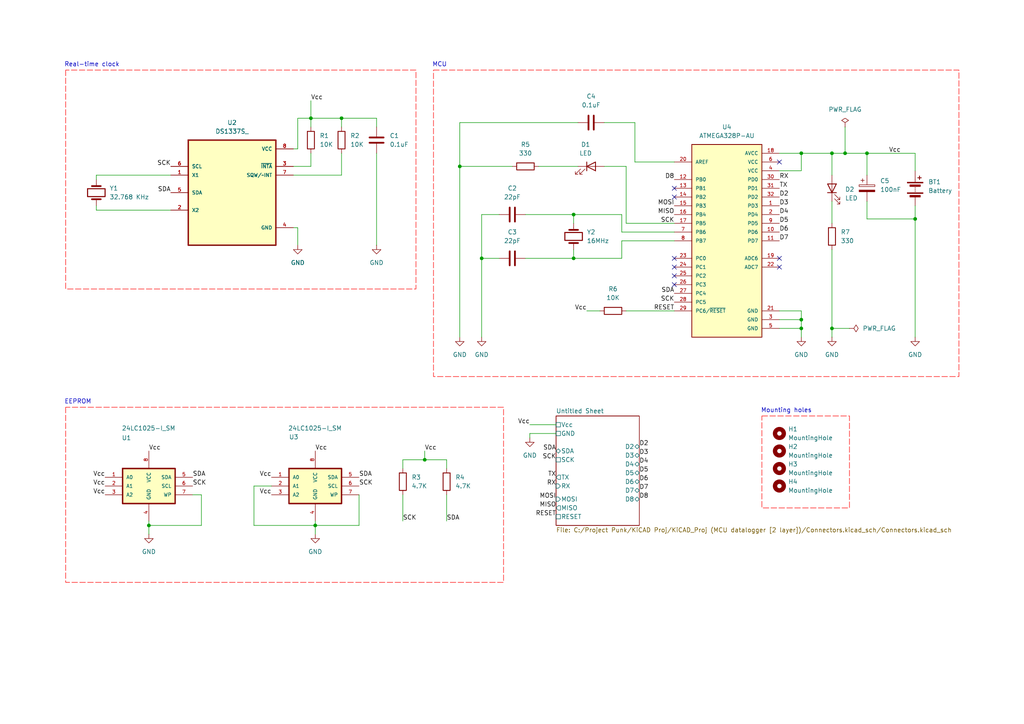
<source format=kicad_sch>
(kicad_sch (version 20250114) (generator "eeschema") (generator_version "9.0")
  (paper "A4")
  (title_block (date "916/2025") (company "MCU Datalogger") (comment 1 "LAUDE, RUSELLE RAE D.") (comment 2 "BSECE - 1C") (comment 3 "ELECTRONICS ENGINEERING DEPARTMENT") (comment 4 "COLLEGE OF ENGINEERING") (comment 5 "TECHNOLOGICAL UNIVERSITY OF THE PHILIPPINES"))
  (lib_symbols
    (symbol "24LC1025-I_SM:24LC1025-I_SM" (pin_names (offset 1.016))
      (property "Reference" "U1" (at 0 19.558 0))
      (property "Value" "24LC1025-I_SM" (at 0 21.844 0))
      (symbol "24LC1025-I_SM_0_0"
        (rectangle (start -7.62 10.16) (end 7.62 0) (stroke (width 0.41)) (fill (type background)))
        (pin input line (at -12.7 7.62 0) (length 5.08) (name "A0") (number "1"))
        (pin input line (at -12.7 5.08 0) (length 5.08) (name "A1") (number "2"))
        (pin input line (at -12.7 2.54 0) (length 5.08) (name "A2") (number "3"))
        (pin bidirectional line (at 12.7 7.62 180) (length 5.08) (name "SDA") (number "5"))
        (pin input line (at 12.7 5.08 180) (length 5.08) (name "SCL") (number "6"))
        (pin input line (at 12.7 2.54 180) (length 5.08) (name "WP") (number "7"))
      )
      (symbol "24LC1025-I_SM_1_0"
        (pin power_in line (at 0 15.24 270) (length 5.08) (name "VCC") (number "8"))
        (pin power_in line (at 0 -5.08 90) (length 5.08) (name "GND") (number "4"))
      )
    )
    (symbol "ATMEGA328P-AU:ATMEGA328P-AU" (pin_names (offset 1.016))
      (property "Reference" "U1" (at 0 33.02 0))
      (property "Value" "ATMEGA328P-AU" (at 0 30.48 0))
      (symbol "ATMEGA328P-AU_0_0"
        (rectangle (start -10.16 -27.94) (end 10.16 27.94) (stroke (width 0.254)) (fill (type background)))
        (pin input line (at -15.24 22.86 0) (length 5.08) (name "AREF") (number "20"))
        (pin bidirectional line (at -15.24 17.78 0) (length 5.08) (name "PB0") (number "12"))
        (pin bidirectional line (at -15.24 15.24 0) (length 5.08) (name "PB1") (number "13"))
        (pin bidirectional line (at -15.24 12.7 0) (length 5.08) (name "PB2") (number "14"))
        (pin bidirectional line (at -15.24 10.16 0) (length 5.08) (name "PB3") (number "15"))
        (pin bidirectional line (at -15.24 7.62 0) (length 5.08) (name "PB4") (number "16"))
        (pin bidirectional line (at -15.24 5.08 0) (length 5.08) (name "PB5") (number "17"))
        (pin bidirectional line (at -15.24 2.54 0) (length 5.08) (name "PB6") (number "7"))
        (pin bidirectional line (at -15.24 0 0) (length 5.08) (name "PB7") (number "8"))
        (pin bidirectional line (at -15.24 -5.08 0) (length 5.08) (name "PC0") (number "23"))
        (pin bidirectional line (at -15.24 -7.62 0) (length 5.08) (name "PC1") (number "24"))
        (pin bidirectional line (at -15.24 -10.16 0) (length 5.08) (name "PC2") (number "25"))
        (pin bidirectional line (at -15.24 -12.7 0) (length 5.08) (name "PC3") (number "26"))
        (pin bidirectional line (at -15.24 -15.24 0) (length 5.08) (name "PC4") (number "27"))
        (pin bidirectional line (at -15.24 -17.78 0) (length 5.08) (name "PC5") (number "28"))
        (pin bidirectional line (at -15.24 -20.32 0) (length 5.08) (name "PC6/~{RESET}") (number "29"))
        (pin power_in line (at 15.24 25.4 180) (length 5.08) (name "AVCC") (number "18"))
        (pin power_in line (at 15.24 22.86 180) (length 5.08) (name "VCC") (number "6"))
        (pin power_in line (at 15.24 20.32 180) (length 5.08) (name "VCC") (number "4"))
        (pin bidirectional line (at 15.24 17.78 180) (length 5.08) (name "PD0") (number "30"))
        (pin bidirectional line (at 15.24 15.24 180) (length 5.08) (name "PD1") (number "31"))
        (pin bidirectional line (at 15.24 12.7 180) (length 5.08) (name "PD2") (number "32"))
        (pin bidirectional line (at 15.24 10.16 180) (length 5.08) (name "PD3") (number "1"))
        (pin bidirectional line (at 15.24 7.62 180) (length 5.08) (name "PD4") (number "2"))
        (pin bidirectional line (at 15.24 5.08 180) (length 5.08) (name "PD5") (number "9"))
        (pin bidirectional line (at 15.24 2.54 180) (length 5.08) (name "PD6") (number "10"))
        (pin bidirectional line (at 15.24 0 180) (length 5.08) (name "PD7") (number "11"))
        (pin bidirectional line (at 15.24 -5.08 180) (length 5.08) (name "ADC6") (number "19"))
        (pin bidirectional line (at 15.24 -7.62 180) (length 5.08) (name "ADC7") (number "22"))
        (pin power_in line (at 15.24 -20.32 180) (length 5.08) (name "GND") (number "21"))
        (pin power_in line (at 15.24 -22.86 180) (length 5.08) (name "GND") (number "3"))
        (pin power_in line (at 15.24 -25.4 180) (length 5.08) (name "GND") (number "5"))
      )
    )
    (symbol "DS1337S_:DS1337S_" (pin_names (offset 1.016))
      (property "Reference" "U" (at -12.7 16.24 0))
      (property "Value" "DS1337S_" (at -12.7 -19.24 0))
      (symbol "DS1337S__0_0"
        (rectangle (start -12.7 -15.24) (end 12.7 15.24) (stroke (width 0.41)) (fill (type background)))
        (pin input line (at -17.78 7.62 0) (length 5.08) (name "SCL") (number "6"))
        (pin input line (at -17.78 5.08 0) (length 5.08) (name "X1") (number "1"))
        (pin bidirectional line (at -17.78 0 0) (length 5.08) (name "SDA") (number "5"))
        (pin bidirectional line (at -17.78 -5.08 0) (length 5.08) (name "X2") (number "2"))
        (pin power_in line (at 17.78 12.7 180) (length 5.08) (name "VCC") (number "8"))
        (pin output line (at 17.78 7.62 180) (length 5.08) (name "~{INTA}") (number "3"))
        (pin output line (at 17.78 5.08 180) (length 5.08) (name "SQW/~INT") (number "7"))
        (pin power_in line (at 17.78 -10.16 180) (length 5.08) (name "GND") (number "4"))
      )
    )
    (symbol "Device:Battery" (pin_numbers (hide yes)) (pin_names (offset 0) (hide yes))
      (property "Reference" "BT" (at 2.54 2.54 0))
      (property "Value" "Battery" (at 2.54 0 0))
      (symbol "Battery_0_1"
        (rectangle (start -2.286 1.778) (end 2.286 1.524) (fill (type outline)))
        (rectangle (start -2.286 -1.27) (end 2.286 -1.524) (fill (type outline)))
        (rectangle (start -1.524 1.016) (end 1.524 0.508) (fill (type outline)))
        (rectangle (start -1.524 -2.032) (end 1.524 -2.54) (fill (type outline)))
        (polyline (pts (xy 0 1.778) (xy 0 2.54)))
        (polyline (pts (xy 0 0) (xy 0 0.254)))
        (polyline (pts (xy 0 -0.508) (xy 0 -0.254)))
        (polyline (pts (xy 0 -1.016) (xy 0 -0.762)))
        (polyline (pts (xy 0.762 3.048) (xy 1.778 3.048)) (stroke (width 0.254)))
        (polyline (pts (xy 1.27 3.556) (xy 1.27 2.54)) (stroke (width 0.254)))
      )
      (symbol "Battery_1_1"
        (pin passive line (at 0 5.08 270) (length 2.54) (name "+") (number "1"))
        (pin passive line (at 0 -5.08 90) (length 2.54) (name "-") (number "2"))
      )
    )
    (symbol "Device:C" (pin_numbers (hide yes)) (pin_names (offset 0.254))
      (property "Reference" "C" (at 0.635 2.54 0))
      (property "Value" "C" (at 0.635 -2.54 0))
      (symbol "C_0_1"
        (polyline (pts (xy -2.032 0.762) (xy 2.032 0.762)) (stroke (width 0.508)))
        (polyline (pts (xy -2.032 -0.762) (xy 2.032 -0.762)) (stroke (width 0.508)))
      )
      (symbol "C_1_1"
        (pin passive line (at 0 3.81 270) (length 2.794) (name "~") (number "1"))
        (pin passive line (at 0 -3.81 90) (length 2.794) (name "~") (number "2"))
      )
    )
    (symbol "Device:C_Polarized" (pin_numbers (hide yes)) (pin_names (offset 0.254))
      (property "Reference" "C" (at 0.635 2.54 0))
      (property "Value" "C_Polarized" (at 0.635 -2.54 0))
      (symbol "C_Polarized_0_1"
        (rectangle (start -2.286 0.508) (end 2.286 1.016))
        (polyline (pts (xy -1.778 2.286) (xy -0.762 2.286)))
        (polyline (pts (xy -1.27 2.794) (xy -1.27 1.778)))
        (rectangle (start 2.286 -0.508) (end -2.286 -1.016) (fill (type outline)))
      )
      (symbol "C_Polarized_1_1"
        (pin passive line (at 0 3.81 270) (length 2.794) (name "~") (number "1"))
        (pin passive line (at 0 -3.81 90) (length 2.794) (name "~") (number "2"))
      )
    )
    (symbol "Device:Crystal" (pin_numbers (hide yes)) (pin_names (offset 1.016) (hide yes))
      (property "Reference" "Y" (at 0 3.81 0))
      (property "Value" "Crystal" (at 0 -3.81 0))
      (symbol "Crystal_0_1"
        (polyline (pts (xy -2.54 0) (xy -1.905 0)))
        (polyline (pts (xy -1.905 -1.27) (xy -1.905 1.27)) (stroke (width 0.508)))
        (rectangle (start -1.143 2.54) (end 1.143 -2.54) (stroke (width 0.3048)))
        (polyline (pts (xy 1.905 -1.27) (xy 1.905 1.27)) (stroke (width 0.508)))
        (polyline (pts (xy 2.54 0) (xy 1.905 0)))
      )
      (symbol "Crystal_1_1"
        (pin passive line (at -3.81 0 0) (length 1.27) (name "1") (number "1"))
        (pin passive line (at 3.81 0 180) (length 1.27) (name "2") (number "2"))
      )
    )
    (symbol "Device:LED" (pin_numbers (hide yes)) (pin_names (offset 1.016) (hide yes))
      (property "Reference" "D" (at 0 2.54 0))
      (property "Value" "LED" (at 0 -2.54 0))
      (symbol "LED_0_1"
        (polyline (pts (xy -3.048 -0.762) (xy -4.572 -2.286) (xy -3.81 -2.286) (xy -4.572 -2.286) (xy -4.572 -1.524)))
        (polyline (pts (xy -1.778 -0.762) (xy -3.302 -2.286) (xy -2.54 -2.286) (xy -3.302 -2.286) (xy -3.302 -1.524)))
        (polyline (pts (xy -1.27 0) (xy 1.27 0)))
        (polyline (pts (xy -1.27 -1.27) (xy -1.27 1.27)) (stroke (width 0.254)))
        (polyline (pts (xy 1.27 -1.27) (xy 1.27 1.27) (xy -1.27 0) (xy 1.27 -1.27)) (stroke (width 0.254)))
      )
      (symbol "LED_1_1"
        (pin passive line (at -3.81 0 0) (length 2.54) (name "K") (number "1"))
        (pin passive line (at 3.81 0 180) (length 2.54) (name "A") (number "2"))
      )
    )
    (symbol "Device:R" (pin_numbers (hide yes)) (pin_names (offset 0))
      (property "Reference" "R" (at 2.032 0 90))
      (property "Value" "R" (at 0 0 90))
      (symbol "R_0_1"
        (rectangle (start -1.016 -2.54) (end 1.016 2.54) (stroke (width 0.254)))
      )
      (symbol "R_1_1"
        (pin passive line (at 0 3.81 270) (length 1.27) (name "~") (number "1"))
        (pin passive line (at 0 -3.81 90) (length 1.27) (name "~") (number "2"))
      )
    )
    (symbol "Mechanical:MountingHole" (pin_names (offset 1.016)) (in_bom no)
      (property "Reference" "H" (at 0 5.08 0))
      (property "Value" "MountingHole" (at 0 3.175 0))
      (symbol "MountingHole_0_1"
        (circle (center 0 0) (radius 1.27) (stroke (width 1.27)))
      )
    )
    (symbol "power:GND" (power) (pin_numbers (hide yes)) (pin_names (offset 0) (hide yes))
      (property "Value" "GND" (at 0 -3.81 0))
      (symbol "GND_0_1"
        (polyline (pts (xy 0 0) (xy 0 -1.27) (xy 1.27 -1.27) (xy 0 -2.54) (xy -1.27 -1.27) (xy 0 -1.27)))
      )
      (symbol "GND_1_1"
        (pin power_in line (at 0 0 270) (length 0) (name "~") (number "1"))
      )
    )
    (symbol "power:PWR_FLAG" (power) (pin_numbers (hide yes)) (pin_names (offset 0) (hide yes))
      (property "Value" "PWR_FLAG" (at 0 3.81 0))
      (symbol "PWR_FLAG_0_0"
        (pin power_out line (at 0 0 90) (length 0) (name "~") (number "1"))
      )
      (symbol "PWR_FLAG_0_1"
        (polyline (pts (xy 0 0) (xy 0 1.27) (xy -1.016 1.905) (xy 0 2.54) (xy 1.016 1.905) (xy 0 1.27)))
      )
    )
  )
  (text "EEPROM" (at 22.606 116.586 0) (effects (font (size 1.27 1.27))))
  (text "MCU" (at 127.508 18.796 0) (effects (font (size 1.27 1.27))))
  (text "Real-time clock" (at 26.67 18.796 0) (effects (font (size 1.27 1.27))))
  (text "Mounting holes" (at 228.092 119.126 0) (effects (font (size 1.27 1.27))))
  (junction (at 232.41 92.71))
  (junction (at 241.3 95.25))
  (junction (at 251.46 44.45))
  (junction (at 139.7 74.93))
  (junction (at 90.17 34.29))
  (junction (at 241.3 44.45))
  (junction (at 166.37 74.93))
  (junction (at 232.41 44.45))
  (junction (at 91.44 152.4))
  (junction (at 265.43 63.5))
  (junction (at 123.19 133.35))
  (junction (at 166.37 62.23))
  (junction (at 99.06 34.29))
  (junction (at 133.35 48.26))
  (junction (at 43.18 152.4))
  (junction (at 245.11 44.45))
  (junction (at 232.41 95.25))
  (no_connect (at 195.58 82.55))
  (no_connect (at 226.06 46.99))
  (no_connect (at 195.58 74.93))
  (no_connect (at 195.58 54.61))
  (no_connect (at 226.06 74.93))
  (no_connect (at 195.58 57.15))
  (no_connect (at 195.58 77.47))
  (no_connect (at 226.06 77.47))
  (no_connect (at 195.58 80.01))
  (wire (pts (xy 133.35 35.56) (xy 133.35 48.26)))
  (wire (pts (xy 90.17 29.21) (xy 90.17 34.29)))
  (wire (pts (xy 78.74 140.97) (xy 73.66 140.97)))
  (wire (pts (xy 245.11 36.83) (xy 245.11 44.45)))
  (wire (pts (xy 139.7 62.23) (xy 139.7 74.93)))
  (wire (pts (xy 166.37 72.39) (xy 166.37 74.93)))
  (wire (pts (xy 27.94 50.8) (xy 27.94 52.07)))
  (wire (pts (xy 181.61 64.77) (xy 181.61 48.26)))
  (wire (pts (xy 144.78 74.93) (xy 139.7 74.93)))
  (wire (pts (xy 123.19 133.35) (xy 129.54 133.35)))
  (wire (pts (xy 241.3 72.39) (xy 241.3 95.25)))
  (wire (pts (xy 245.11 44.45) (xy 251.46 44.45)))
  (wire (pts (xy 116.84 133.35) (xy 116.84 135.89)))
  (wire (pts (xy 184.15 46.99) (xy 184.15 35.56)))
  (wire (pts (xy 116.84 133.35) (xy 123.19 133.35)))
  (wire (pts (xy 226.06 49.53) (xy 232.41 49.53)))
  (wire (pts (xy 226.06 44.45) (xy 232.41 44.45)))
  (wire (pts (xy 241.3 44.45) (xy 241.3 50.8)))
  (wire (pts (xy 86.36 34.29) (xy 90.17 34.29)))
  (wire (pts (xy 99.06 34.29) (xy 109.22 34.29)))
  (wire (pts (xy 251.46 44.45) (xy 265.43 44.45)))
  (wire (pts (xy 195.58 46.99) (xy 184.15 46.99)))
  (wire (pts (xy 91.44 152.4) (xy 91.44 154.94)))
  (wire (pts (xy 226.06 90.17) (xy 232.41 90.17)))
  (wire (pts (xy 86.36 66.04) (xy 85.09 66.04)))
  (wire (pts (xy 43.18 152.4) (xy 43.18 154.94)))
  (wire (pts (xy 91.44 152.4) (xy 104.14 152.4)))
  (wire (pts (xy 265.43 63.5) (xy 265.43 97.79)))
  (wire (pts (xy 181.61 90.17) (xy 195.58 90.17)))
  (wire (pts (xy 166.37 62.23) (xy 152.4 62.23)))
  (wire (pts (xy 90.17 34.29) (xy 99.06 34.29)))
  (wire (pts (xy 73.66 152.4) (xy 91.44 152.4)))
  (wire (pts (xy 99.06 50.8) (xy 99.06 44.45)))
  (wire (pts (xy 166.37 62.23) (xy 166.37 64.77)))
  (wire (pts (xy 232.41 95.25) (xy 232.41 97.79)))
  (wire (pts (xy 226.06 92.71) (xy 232.41 92.71)))
  (wire (pts (xy 166.37 74.93) (xy 152.4 74.93)))
  (wire (pts (xy 195.58 64.77) (xy 181.61 64.77)))
  (wire (pts (xy 85.09 48.26) (xy 90.17 48.26)))
  (wire (pts (xy 265.43 59.69) (xy 265.43 63.5)))
  (wire (pts (xy 195.58 69.85) (xy 180.34 69.85)))
  (wire (pts (xy 27.94 60.96) (xy 49.53 60.96)))
  (wire (pts (xy 55.88 143.51) (xy 58.42 143.51)))
  (wire (pts (xy 86.36 66.04) (xy 86.36 71.12)))
  (wire (pts (xy 153.67 123.19) (xy 161.29 123.19)))
  (wire (pts (xy 153.67 125.73) (xy 153.67 127)))
  (wire (pts (xy 116.84 143.51) (xy 116.84 151.13)))
  (wire (pts (xy 99.06 34.29) (xy 99.06 36.83)))
  (wire (pts (xy 180.34 69.85) (xy 180.34 74.93)))
  (wire (pts (xy 181.61 48.26) (xy 175.26 48.26)))
  (wire (pts (xy 129.54 135.89) (xy 129.54 133.35)))
  (wire (pts (xy 232.41 90.17) (xy 232.41 92.71)))
  (wire (pts (xy 153.67 125.73) (xy 161.29 125.73)))
  (wire (pts (xy 156.21 48.26) (xy 167.64 48.26)))
  (wire (pts (xy 180.34 62.23) (xy 166.37 62.23)))
  (wire (pts (xy 73.66 140.97) (xy 73.66 152.4)))
  (wire (pts (xy 251.46 44.45) (xy 251.46 50.8)))
  (wire (pts (xy 167.64 35.56) (xy 133.35 35.56)))
  (wire (pts (xy 133.35 48.26) (xy 133.35 97.79)))
  (wire (pts (xy 90.17 34.29) (xy 90.17 36.83)))
  (wire (pts (xy 86.36 43.18) (xy 85.09 43.18)))
  (wire (pts (xy 139.7 74.93) (xy 139.7 97.79)))
  (wire (pts (xy 180.34 67.31) (xy 180.34 62.23)))
  (wire (pts (xy 232.41 44.45) (xy 232.41 49.53)))
  (wire (pts (xy 43.18 151.13) (xy 43.18 152.4)))
  (wire (pts (xy 85.09 50.8) (xy 99.06 50.8)))
  (wire (pts (xy 86.36 43.18) (xy 86.36 34.29)))
  (wire (pts (xy 58.42 143.51) (xy 58.42 152.4)))
  (wire (pts (xy 109.22 34.29) (xy 109.22 36.83)))
  (wire (pts (xy 241.3 58.42) (xy 241.3 64.77)))
  (wire (pts (xy 195.58 67.31) (xy 180.34 67.31)))
  (wire (pts (xy 232.41 92.71) (xy 232.41 95.25)))
  (wire (pts (xy 241.3 44.45) (xy 245.11 44.45)))
  (wire (pts (xy 241.3 95.25) (xy 246.38 95.25)))
  (wire (pts (xy 91.44 151.13) (xy 91.44 152.4)))
  (wire (pts (xy 226.06 95.25) (xy 232.41 95.25)))
  (wire (pts (xy 49.53 50.8) (xy 27.94 50.8)))
  (wire (pts (xy 123.19 130.81) (xy 123.19 133.35)))
  (wire (pts (xy 104.14 152.4) (xy 104.14 143.51)))
  (wire (pts (xy 144.78 62.23) (xy 139.7 62.23)))
  (wire (pts (xy 90.17 48.26) (xy 90.17 44.45)))
  (wire (pts (xy 232.41 44.45) (xy 241.3 44.45)))
  (wire (pts (xy 133.35 48.26) (xy 148.59 48.26)))
  (wire (pts (xy 109.22 44.45) (xy 109.22 71.12)))
  (wire (pts (xy 251.46 63.5) (xy 265.43 63.5)))
  (wire (pts (xy 241.3 95.25) (xy 241.3 97.79)))
  (wire (pts (xy 184.15 35.56) (xy 175.26 35.56)))
  (wire (pts (xy 251.46 58.42) (xy 251.46 63.5)))
  (wire (pts (xy 180.34 74.93) (xy 166.37 74.93)))
  (wire (pts (xy 43.18 152.4) (xy 58.42 152.4)))
  (wire (pts (xy 27.94 59.69) (xy 27.94 60.96)))
  (wire (pts (xy 129.54 143.51) (xy 129.54 151.13)))
  (wire (pts (xy 265.43 44.45) (xy 265.43 49.53)))
  (wire (pts (xy 170.18 90.17) (xy 173.99 90.17)))
  (label "RESET" (at 161.29 149.86 180))
  (label "SDA" (at 49.53 55.88 180))
  (label "Vcc" (at 78.74 138.43 180))
  (label "TX" (at 226.06 54.61 0))
  (label "RX" (at 161.29 140.97 180))
  (label "D4" (at 185.42 134.62 0))
  (label "RX" (at 226.06 52.07 0))
  (label "SCK" (at 161.29 133.35 180))
  (label "SCK" (at 104.14 140.97 0))
  (label "MOSI" (at 195.58 59.69 180))
  (label "Vcc" (at 123.19 130.81 0))
  (label "Vcc" (at 170.18 90.17 180))
  (label "MOSI" (at 161.29 144.78 180))
  (label "SDA" (at 129.54 151.13 0))
  (label "D2" (at 226.06 57.15 0))
  (label "Vcc" (at 30.48 140.97 180))
  (label "D2" (at 185.42 129.54 0))
  (label "SDA" (at 161.29 130.81 180))
  (label "MISO" (at 195.58 62.23 180))
  (label "D5" (at 185.42 137.16 0))
  (label "SCK" (at 49.53 48.26 180))
  (label "SCK" (at 55.88 140.97 0))
  (label "D6" (at 226.06 67.31 0))
  (label "D4" (at 226.06 62.23 0))
  (label "D6" (at 185.42 139.7 0))
  (label "SCK" (at 195.58 87.63 180))
  (label "D7" (at 185.42 142.24 0))
  (label "Vcc" (at 30.48 138.43 180))
  (label "Vcc" (at 257.81 44.45 0))
  (label "SCK" (at 116.84 151.13 0))
  (label "Vcc" (at 90.17 29.21 0))
  (label "D8" (at 185.42 144.78 0))
  (label "D8" (at 195.58 52.07 180))
  (label "MISO" (at 161.29 147.32 180))
  (label "Vcc" (at 30.48 143.51 180))
  (label "TX" (at 161.29 138.43 180))
  (label "SDA" (at 195.58 85.09 180))
  (label "Vcc" (at 91.44 130.81 0))
  (label "D5" (at 226.06 64.77 0))
  (label "D3" (at 226.06 59.69 0))
  (label "SDA" (at 104.14 138.43 0))
  (label "SCK" (at 195.58 64.77 180))
  (label "RESET" (at 195.58 90.17 180))
  (label "D7" (at 226.06 69.85 0))
  (label "Vcc" (at 78.74 143.51 180))
  (label "SDA" (at 55.88 138.43 0))
  (label "Vcc" (at 43.18 130.81 0))
  (label "D3" (at 185.42 132.08 0))
  (label "Vcc" (at 153.67 123.19 180))
  (rule_area (polyline (pts (xy 19.05 118.11) (xy 19.05 168.91) (xy 146.05 168.91) (xy 146.05 118.11)) (stroke (width 0) (type dash))))
  (rule_area (polyline (pts (xy 19.05 20.32) (xy 19.05 83.82) (xy 120.65 83.82) (xy 120.65 20.32)) (stroke (width 0) (type dash))))
  (rule_area (polyline (pts (xy 125.73 20.32) (xy 278.13 20.32) (xy 278.13 109.22) (xy 125.73 109.22)) (stroke (width 0) (type dash))))
  (rule_area (polyline (pts (xy 220.98 120.65) (xy 246.38 120.65) (xy 246.38 147.32) (xy 220.98 147.32)) (stroke (width 0) (type dash))))
  (symbol (lib_id "power:GND") (at 139.7 97.79 0) (unit 1)
    (property "Reference" "#PWR08" (effects (hide yes)))
    (property "Value" "GND" (at 139.7 102.87 0))
    (property "Description" "Power symbol creates a global label with name \"GND\" , ground" (effects (hide yes)))
  )
  (symbol (lib_id "Mechanical:MountingHole") (at 226.06 135.89 0) (unit 1) (in_bom no)
    (property "Reference" "H3" (at 228.6 134.6199 0) (effects (justify left)))
    (property "Value" "MountingHole" (at 228.6 137.1599 0) (effects (justify left)))
    (property "Footprint" "MountingHole:MountingHole_2.1mm" (effects (hide yes)))
    (property "Description" "Mounting Hole without connection" (effects (hide yes)))
  )
  (symbol (lib_id "Mechanical:MountingHole") (at 226.06 140.97 0) (unit 1) (in_bom no)
    (property "Reference" "H4" (at 228.6 139.6999 0) (effects (justify left)))
    (property "Value" "MountingHole" (at 228.6 142.2399 0) (effects (justify left)))
    (property "Footprint" "MountingHole:MountingHole_2.1mm" (effects (hide yes)))
    (property "Description" "Mounting Hole without connection" (effects (hide yes)))
  )
  (symbol (lib_id "Device:C") (at 148.59 74.93 90) (unit 1)
    (property "Reference" "C3" (at 148.59 67.31 90))
    (property "Value" "22pF" (at 148.59 69.85 90))
    (property "Footprint" "Capacitor_SMD:C_0805_2012Metric" (effects (hide yes)))
    (property "Description" "Unpolarized capacitor" (effects (hide yes)))
  )
  (symbol (lib_id "Device:C") (at 171.45 35.56 90) (unit 1)
    (property "Reference" "C4" (at 171.45 27.94 90))
    (property "Value" "0.1uF" (at 171.45 30.48 90))
    (property "Footprint" "Capacitor_SMD:C_0805_2012Metric" (effects (hide yes)))
    (property "Description" "Unpolarized capacitor" (effects (hide yes)))
  )
  (symbol (lib_id "power:GND") (at 43.18 154.94 0) (unit 1)
    (property "Reference" "#PWR010" (effects (hide yes)))
    (property "Value" "GND" (at 43.18 160.02 0))
    (property "Description" "Power symbol creates a global label with name \"GND\" , ground" (effects (hide yes)))
  )
  (symbol (lib_id "Mechanical:MountingHole") (at 226.06 130.81 0) (unit 1) (in_bom no)
    (property "Reference" "H2" (at 228.6 129.5399 0) (effects (justify left)))
    (property "Value" "MountingHole" (at 228.6 132.0799 0) (effects (justify left)))
    (property "Footprint" "MountingHole:MountingHole_2.1mm" (effects (hide yes)))
    (property "Description" "Mounting Hole without connection" (effects (hide yes)))
  )
  (symbol (lib_id "Mechanical:MountingHole") (at 226.06 125.73 0) (unit 1) (in_bom no)
    (property "Reference" "H1" (at 228.6 124.4599 0) (effects (justify left)))
    (property "Value" "MountingHole" (at 228.6 126.9999 0) (effects (justify left)))
    (property "Footprint" "MountingHole:MountingHole_2.1mm" (effects (hide yes)))
    (property "Description" "Mounting Hole without connection" (effects (hide yes)))
  )
  (symbol (lib_id "ATMEGA328P-AU:ATMEGA328P-AU") (at 210.82 69.85 0) (unit 1)
    (property "Reference" "U4" (at 210.82 36.83 0))
    (property "Value" "ATMEGA328P-AU" (at 210.82 39.37 0))
    (property "Footprint" "ATMEGA328P-AU:QFP80P900X900X120-32N" (effects (hide yes)))
    (property "MF" "Microchip Technology" (effects (hide yes)))
    (property "MAXIMUM_PACKAGE_HEIGHT" "1.20mm" (effects (hide yes)))
    (property "Package" "TQFP-32 Microchip" (effects (hide yes)))
    (property "Price" "None" (effects (hide yes)))
    (property "Check_prices" "https://www.snapeda.com/parts/ATMEGA328P-AU/Microchip+Technology/view-part/?ref=eda" (effects (hide yes)))
    (property "STANDARD" "IPC-7351B" (effects (hide yes)))
    (property "PARTREV" "8271A" (effects (hide yes)))
    (property "SnapEDA_Link" "https://www.snapeda.com/parts/ATMEGA328P-AU/Microchip+Technology/view-part/?ref=snap" (effects (hide yes)))
    (property "MP" "ATMEGA328P-AU" (effects (hide yes)))
    (property "Description_1" "AVR AVR® ATmega Microcontroller IC 8-Bit 20MHz 32KB (16K x 16) FLASH 32-TQFP (7x7)" (effects (hide yes)))
    (property "Availability" "In Stock" (effects (hide yes)))
    (property "MANUFACTURER" "Microchip" (effects (hide yes)))
  )
  (symbol (lib_id "Device:R") (at 99.06 40.64 0) (unit 1)
    (property "Reference" "R2" (at 101.6 39.3699 0) (effects (justify left)))
    (property "Value" "10K" (at 101.6 41.9099 0) (effects (justify left)))
    (property "Footprint" "Resistor_SMD:R_0805_2012Metric" (effects (hide yes)))
    (property "Description" "Resistor" (effects (hide yes)))
  )
  (symbol (lib_id "Device:Crystal") (at 27.94 55.88 90) (unit 1)
    (property "Reference" "Y1" (at 31.75 54.6099 90) (effects (justify right)))
    (property "Value" "32.768 KHz" (at 31.75 57.1499 90) (effects (justify right)))
    (property "Footprint" "Crystal:Crystal_SMD_5032-2Pin_5.0x3.2mm_HandSoldering" (effects (hide yes)))
    (property "Description" "Two pin crystal" (effects (hide yes)))
  )
  (symbol (lib_id "Device:Crystal") (at 166.37 68.58 90) (unit 1)
    (property "Reference" "Y2" (at 170.18 67.3099 90) (effects (justify right)))
    (property "Value" "16MHz" (at 170.18 69.8499 90) (effects (justify right)))
    (property "Footprint" "Crystal:Crystal_SMD_5032-2Pin_5.0x3.2mm_HandSoldering" (effects (hide yes)))
    (property "Description" "Two pin crystal" (effects (hide yes)))
  )
  (symbol (lib_id "power:PWR_FLAG") (at 246.38 95.25 270) (unit 1)
    (property "Reference" "#FLG01" (effects (hide yes)))
    (property "Value" "PWR_FLAG" (at 250.19 95.2499 90) (effects (justify left)))
    (property "Description" "Special symbol for telling ERC where power comes from" (effects (hide yes)))
  )
  (symbol (lib_id "power:GND") (at 232.41 97.79 0) (unit 1)
    (property "Reference" "#PWR04" (effects (hide yes)))
    (property "Value" "GND" (at 232.41 102.87 0))
    (property "Description" "Power symbol creates a global label with name \"GND\" , ground" (effects (hide yes)))
  )
  (symbol (lib_id "Device:Battery") (at 265.43 54.61 0) (unit 1)
    (property "Reference" "BT1" (at 269.24 52.7684 0) (effects (justify left)))
    (property "Value" "Battery" (at 269.24 55.3084 0) (effects (justify left)))
    (property "Footprint" "Connector_PinHeader_2.54mm:PinHeader_1x02_P2.54mm_Vertical" (effects (hide yes)))
    (property "Description" "Multiple-cell battery" (effects (hide yes)))
  )
  (symbol (lib_id "Device:R") (at 90.17 40.64 0) (unit 1)
    (property "Reference" "R1" (at 92.71 39.3699 0) (effects (justify left)))
    (property "Value" "10K" (at 92.71 41.9099 0) (effects (justify left)))
    (property "Footprint" "Resistor_SMD:R_0805_2012Metric" (effects (hide yes)))
    (property "Description" "Resistor" (effects (hide yes)))
  )
  (symbol (lib_id "power:GND") (at 241.3 97.79 0) (unit 1)
    (property "Reference" "#PWR05" (effects (hide yes)))
    (property "Value" "GND" (at 241.3 102.87 0))
    (property "Description" "Power symbol creates a global label with name \"GND\" , ground" (effects (hide yes)))
  )
  (symbol (lib_id "24LC1025-I_SM:24LC1025-I_SM") (at 43.18 146.05 0) (unit 1)
    (property "Reference" "U1" (at 35.306 127 0) (effects (justify left)))
    (property "Value" "24LC1025-I_SM" (at 35.306 124.206 0) (effects (justify left)))
    (property "Footprint" "24LC1025-I_SM:SOIC127P794X202-8N" (effects (hide yes)))
    (property "MF" "Microchip Technology" (effects (hide yes)))
    (property "Description_1" "1024K, 128K X 8, 2.5V SER EE, 128 BYTE PAGE | Microchip Technology Inc. 24LC1025-I/SM" (effects (hide yes)))
    (property "Package" "SOIJ-8 Microchip" (effects (hide yes)))
    (property "Price" "None" (effects (hide yes)))
    (property "SnapEDA_Link" "https://www.snapeda.com/parts/24LC1025-I/SM/Microchip+Technology/view-part/?ref=snap" (effects (hide yes)))
    (property "MP" "24LC1025-I/SM" (effects (hide yes)))
    (property "Availability" "In Stock" (effects (hide yes)))
    (property "Check_prices" "https://www.snapeda.com/parts/24LC1025-I/SM/Microchip+Technology/view-part/?ref=eda" (effects (hide yes)))
  )
  (symbol (lib_id "Device:C") (at 109.22 40.64 0) (unit 1)
    (property "Reference" "C1" (at 113.03 39.3699 0) (effects (justify left)))
    (property "Value" "0.1uF" (at 113.03 41.9099 0) (effects (justify left)))
    (property "Footprint" "Capacitor_SMD:C_0805_2012Metric" (effects (hide yes)))
    (property "Description" "Unpolarized capacitor" (effects (hide yes)))
  )
  (symbol (lib_id "Device:C_Polarized") (at 251.46 54.61 0) (unit 1)
    (property "Reference" "C5" (at 255.27 52.4509 0) (effects (justify left)))
    (property "Value" "100nF" (at 255.27 54.9909 0) (effects (justify left)))
    (property "Footprint" "Capacitor_SMD:C_0805_2012Metric" (effects (hide yes)))
    (property "Description" "Polarized capacitor" (effects (hide yes)))
  )
  (symbol (lib_id "Device:R") (at 241.3 68.58 0) (unit 1)
    (property "Reference" "R7" (at 243.84 67.3099 0) (effects (justify left)))
    (property "Value" "330" (at 243.84 69.8499 0) (effects (justify left)))
    (property "Footprint" "Resistor_SMD:R_0805_2012Metric" (effects (hide yes)))
    (property "Description" "Resistor" (effects (hide yes)))
  )
  (symbol (lib_id "Device:R") (at 177.8 90.17 90) (unit 1)
    (property "Reference" "R6" (at 177.8 83.82 90))
    (property "Value" "10K" (at 177.8 86.36 90))
    (property "Footprint" "Resistor_SMD:R_0805_2012Metric" (effects (hide yes)))
    (property "Description" "Resistor" (effects (hide yes)))
  )
  (symbol (lib_id "Device:R") (at 152.4 48.26 90) (unit 1)
    (property "Reference" "R5" (at 152.4 41.91 90))
    (property "Value" "330" (at 152.4 44.45 90))
    (property "Footprint" "Resistor_SMD:R_0805_2012Metric" (effects (hide yes)))
    (property "Description" "Resistor" (effects (hide yes)))
  )
  (symbol (lib_id "Device:R") (at 116.84 139.7 0) (unit 1)
    (property "Reference" "R3" (at 119.38 138.4299 0) (effects (justify left)))
    (property "Value" "4.7K" (at 119.38 140.9699 0) (effects (justify left)))
    (property "Footprint" "Resistor_SMD:R_0805_2012Metric" (effects (hide yes)))
    (property "Description" "Resistor" (effects (hide yes)))
  )
  (symbol (lib_id "Device:LED") (at 171.45 48.26 0) (unit 1)
    (property "Reference" "D1" (at 169.8625 41.91 0))
    (property "Value" "LED" (at 169.8625 44.45 0))
    (property "Footprint" "LED_SMD:LED_0805_2012Metric" (effects (hide yes)))
    (property "Description" "Light emitting diode" (effects (hide yes)))
    (property "Sim.Pins" "1=K 2=A" (effects (hide yes)))
  )
  (symbol (lib_id "power:GND") (at 265.43 97.79 0) (unit 1)
    (property "Reference" "#PWR06" (effects (hide yes)))
    (property "Value" "GND" (at 265.43 102.87 0))
    (property "Description" "Power symbol creates a global label with name \"GND\" , ground" (effects (hide yes)))
  )
  (symbol (lib_id "power:PWR_FLAG") (at 245.11 36.83 0) (unit 1)
    (property "Reference" "#FLG02" (effects (hide yes)))
    (property "Value" "PWR_FLAG" (at 245.11 31.75 0))
    (property "Description" "Special symbol for telling ERC where power comes from" (effects (hide yes)))
  )
  (symbol (lib_id "power:GND") (at 109.22 71.12 0) (unit 1)
    (property "Reference" "#PWR02" (effects (hide yes)))
    (property "Value" "GND" (at 109.22 76.2 0))
    (property "Description" "Power symbol creates a global label with name \"GND\" , ground" (effects (hide yes)))
  )
  (symbol (lib_id "24LC1025-I_SM:24LC1025-I_SM") (at 91.44 146.05 0) (unit 1)
    (property "Reference" "U3" (at 83.82 126.746 0) (effects (justify left)))
    (property "Value" "24LC1025-I_SM" (at 83.566 124.206 0) (effects (justify left)))
    (property "Footprint" "24LC1025-I_SM:SOIC127P794X202-8N" (effects (hide yes)))
    (property "MF" "Microchip Technology" (effects (hide yes)))
    (property "Description_1" "1024K, 128K X 8, 2.5V SER EE, 128 BYTE PAGE | Microchip Technology Inc. 24LC1025-I/SM" (effects (hide yes)))
    (property "Package" "SOIJ-8 Microchip" (effects (hide yes)))
    (property "Price" "None" (effects (hide yes)))
    (property "SnapEDA_Link" "https://www.snapeda.com/parts/24LC1025-I/SM/Microchip+Technology/view-part/?ref=snap" (effects (hide yes)))
    (property "MP" "24LC1025-I/SM" (effects (hide yes)))
    (property "Availability" "In Stock" (effects (hide yes)))
    (property "Check_prices" "https://www.snapeda.com/parts/24LC1025-I/SM/Microchip+Technology/view-part/?ref=eda" (effects (hide yes)))
  )
  (symbol (lib_id "power:GND") (at 86.36 71.12 0) (unit 1)
    (property "Reference" "#PWR01" (effects (hide yes)))
    (property "Value" "GND" (at 86.36 76.2 0))
    (property "Description" "Power symbol creates a global label with name \"GND\" , ground" (effects (hide yes)))
  )
  (symbol (lib_id "Device:LED") (at 241.3 54.61 90) (unit 1)
    (property "Reference" "D2" (at 245.11 54.9274 90) (effects (justify right)))
    (property "Value" "LED" (at 245.11 57.4674 90) (effects (justify right)))
    (property "Footprint" "LED_SMD:LED_0805_2012Metric" (effects (hide yes)))
    (property "Description" "Light emitting diode" (effects (hide yes)))
    (property "Sim.Pins" "1=K 2=A" (effects (hide yes)))
  )
  (symbol (lib_id "power:GND") (at 91.44 154.94 0) (unit 1)
    (property "Reference" "#PWR011" (effects (hide yes)))
    (property "Value" "GND" (at 91.44 160.02 0))
    (property "Description" "Power symbol creates a global label with name \"GND\" , ground" (effects (hide yes)))
  )
  (symbol (lib_id "DS1337S_:DS1337S_") (at 67.31 55.88 0) (unit 1)
    (property "Reference" "U2" (at 67.31 35.56 0))
    (property "Value" "DS1337S_" (at 67.31 38.1 0))
    (property "Footprint" "DS1337S_:SOIC127P600X175-8N" (effects (hide yes)))
    (property "MF" "Analog Devices" (effects (hide yes)))
    (property "Description_1" "Real Time Clock (RTC) IC Clock/Calendar - I²C, 2-Wire Serial 8-SOIC (0.154, 3.90mm Width)" (effects (hide yes)))
    (property "Package" "SOIC-8 Maxim" (effects (hide yes)))
    (property "Price" "None" (effects (hide yes)))
    (property "SnapEDA_Link" "https://www.snapeda.com/parts/DS1337S/Analog+Devices/view-part/?ref=snap" (effects (hide yes)))
    (property "MP" "DS1337S" (effects (hide yes)))
    (property "Availability" "In Stock" (effects (hide yes)))
    (property "Check_prices" "https://www.snapeda.com/parts/DS1337S/Analog+Devices/view-part/?ref=eda" (effects (hide yes)))
  )
  (symbol (lib_id "Device:R") (at 129.54 139.7 0) (unit 1)
    (property "Reference" "R4" (at 132.08 138.4299 0) (effects (justify left)))
    (property "Value" "4.7K" (at 132.08 140.9699 0) (effects (justify left)))
    (property "Footprint" "Resistor_SMD:R_0805_2012Metric" (effects (hide yes)))
    (property "Description" "Resistor" (effects (hide yes)))
  )
  (symbol (lib_id "Device:C") (at 148.59 62.23 90) (unit 1)
    (property "Reference" "C2" (at 148.59 54.61 90))
    (property "Value" "22pF" (at 148.59 57.15 90))
    (property "Footprint" "Capacitor_SMD:C_0805_2012Metric" (effects (hide yes)))
    (property "Description" "Unpolarized capacitor" (effects (hide yes)))
  )
  (symbol (lib_id "power:GND") (at 153.67 127 0) (unit 1)
    (property "Reference" "#PWR03" (effects (hide yes)))
    (property "Value" "GND" (at 153.67 132.08 0))
    (property "Description" "Power symbol creates a global label with name \"GND\" , ground" (effects (hide yes)))
  )
  (symbol (lib_id "power:GND") (at 133.35 97.79 0) (unit 1)
    (property "Reference" "#PWR07" (effects (hide yes)))
    (property "Value" "GND" (at 133.35 102.87 0))
    (property "Description" "Power symbol creates a global label with name \"GND\" , ground" (effects (hide yes)))
  )
  (sheet (at 161.29 120.65) (size 24.13 31.75) (stroke (width 0.1524))
    (property "Sheetname" "Untitled Sheet" (at 161.29 119.9384 0) (effects (justify left bottom)))
    (property "Sheetfile" "C:/Project Punk/KiCAD Proj/KiCAD_Proj (MCU datalogger [2 layer])/Connectors.kicad_sch/Connectors.kicad_sch" (at 161.29 152.9846 0) (effects (justify left top)))
    (pin "D2" tri_state (at 185.42 129.54 0))
    (pin "D3" tri_state (at 185.42 132.08 0))
    (pin "D4" tri_state (at 185.42 134.62 0))
    (pin "D5" tri_state (at 185.42 137.16 0))
    (pin "D6" tri_state (at 185.42 139.7 0))
    (pin "D7" tri_state (at 185.42 142.24 0))
    (pin "D8" tri_state (at 185.42 144.78 0))
    (pin "GND" passive (at 161.29 125.73 180))
    (pin "Vcc" passive (at 161.29 123.19 180))
    (pin "MISO" output (at 161.29 147.32 180))
    (pin "MOSI" input (at 161.29 144.78 180))
    (pin "RESET" passive (at 161.29 149.86 180))
    (pin "RX" input (at 161.29 140.97 180))
    (pin "SCK" passive (at 161.29 133.35 180))
    (pin "SDA" tri_state (at 161.29 130.81 180))
    (pin "TX" output (at 161.29 138.43 180))
  )
)
</source>
